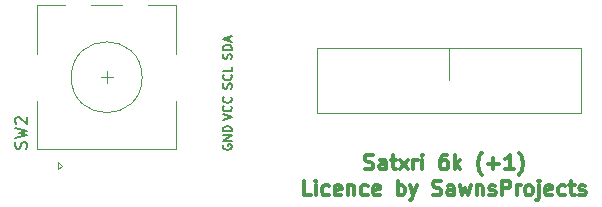
<source format=gbr>
G04 #@! TF.GenerationSoftware,KiCad,Pcbnew,(5.1.11)-1*
G04 #@! TF.CreationDate,2022-09-22T16:50:08+07:00*
G04 #@! TF.ProjectId,Satxri6key,53617478-7269-4366-9b65-792e6b696361,rev?*
G04 #@! TF.SameCoordinates,Original*
G04 #@! TF.FileFunction,Legend,Top*
G04 #@! TF.FilePolarity,Positive*
%FSLAX45Y45*%
G04 Gerber Fmt 4.5, Leading zero omitted, Abs format (unit mm)*
G04 Created by KiCad (PCBNEW (5.1.11)-1) date 2022-09-22 16:50:08*
%MOMM*%
%LPD*%
G01*
G04 APERTURE LIST*
%ADD10C,0.312500*%
%ADD11C,0.100000*%
%ADD12C,0.120000*%
%ADD13C,0.150000*%
G04 APERTURE END LIST*
D10*
X26949904Y-10299666D02*
X26967761Y-10305619D01*
X26997523Y-10305619D01*
X27009428Y-10299666D01*
X27015380Y-10293714D01*
X27021333Y-10281809D01*
X27021333Y-10269905D01*
X27015380Y-10258000D01*
X27009428Y-10252047D01*
X26997523Y-10246095D01*
X26973714Y-10240143D01*
X26961809Y-10234190D01*
X26955856Y-10228238D01*
X26949904Y-10216333D01*
X26949904Y-10204428D01*
X26955856Y-10192524D01*
X26961809Y-10186571D01*
X26973714Y-10180619D01*
X27003475Y-10180619D01*
X27021333Y-10186571D01*
X27128475Y-10305619D02*
X27128475Y-10240143D01*
X27122523Y-10228238D01*
X27110618Y-10222285D01*
X27086809Y-10222285D01*
X27074904Y-10228238D01*
X27128475Y-10299666D02*
X27116571Y-10305619D01*
X27086809Y-10305619D01*
X27074904Y-10299666D01*
X27068952Y-10287762D01*
X27068952Y-10275857D01*
X27074904Y-10263952D01*
X27086809Y-10258000D01*
X27116571Y-10258000D01*
X27128475Y-10252047D01*
X27170142Y-10222285D02*
X27217761Y-10222285D01*
X27187999Y-10180619D02*
X27187999Y-10287762D01*
X27193952Y-10299666D01*
X27205856Y-10305619D01*
X27217761Y-10305619D01*
X27247523Y-10305619D02*
X27312999Y-10222285D01*
X27247523Y-10222285D02*
X27312999Y-10305619D01*
X27360618Y-10305619D02*
X27360618Y-10222285D01*
X27360618Y-10246095D02*
X27366571Y-10234190D01*
X27372523Y-10228238D01*
X27384428Y-10222285D01*
X27396333Y-10222285D01*
X27437999Y-10305619D02*
X27437999Y-10222285D01*
X27437999Y-10180619D02*
X27432047Y-10186571D01*
X27437999Y-10192524D01*
X27443952Y-10186571D01*
X27437999Y-10180619D01*
X27437999Y-10192524D01*
X27646333Y-10180619D02*
X27622523Y-10180619D01*
X27610618Y-10186571D01*
X27604666Y-10192524D01*
X27592761Y-10210381D01*
X27586809Y-10234190D01*
X27586809Y-10281809D01*
X27592761Y-10293714D01*
X27598714Y-10299666D01*
X27610618Y-10305619D01*
X27634428Y-10305619D01*
X27646333Y-10299666D01*
X27652285Y-10293714D01*
X27658237Y-10281809D01*
X27658237Y-10252047D01*
X27652285Y-10240143D01*
X27646333Y-10234190D01*
X27634428Y-10228238D01*
X27610618Y-10228238D01*
X27598714Y-10234190D01*
X27592761Y-10240143D01*
X27586809Y-10252047D01*
X27711809Y-10305619D02*
X27711809Y-10180619D01*
X27723714Y-10258000D02*
X27759428Y-10305619D01*
X27759428Y-10222285D02*
X27711809Y-10269905D01*
X27943952Y-10353238D02*
X27937999Y-10347285D01*
X27926095Y-10329428D01*
X27920142Y-10317524D01*
X27914190Y-10299666D01*
X27908237Y-10269905D01*
X27908237Y-10246095D01*
X27914190Y-10216333D01*
X27920142Y-10198476D01*
X27926095Y-10186571D01*
X27937999Y-10168714D01*
X27943952Y-10162762D01*
X27991571Y-10258000D02*
X28086809Y-10258000D01*
X28039190Y-10305619D02*
X28039190Y-10210381D01*
X28211809Y-10305619D02*
X28140380Y-10305619D01*
X28176095Y-10305619D02*
X28176095Y-10180619D01*
X28164190Y-10198476D01*
X28152285Y-10210381D01*
X28140380Y-10216333D01*
X28253475Y-10353238D02*
X28259428Y-10347285D01*
X28271333Y-10329428D01*
X28277285Y-10317524D01*
X28283237Y-10299666D01*
X28289190Y-10269905D01*
X28289190Y-10246095D01*
X28283237Y-10216333D01*
X28277285Y-10198476D01*
X28271333Y-10186571D01*
X28259428Y-10168714D01*
X28253475Y-10162762D01*
X26491571Y-10524369D02*
X26432047Y-10524369D01*
X26432047Y-10399369D01*
X26533237Y-10524369D02*
X26533237Y-10441035D01*
X26533237Y-10399369D02*
X26527285Y-10405321D01*
X26533237Y-10411274D01*
X26539190Y-10405321D01*
X26533237Y-10399369D01*
X26533237Y-10411274D01*
X26646333Y-10518416D02*
X26634428Y-10524369D01*
X26610618Y-10524369D01*
X26598714Y-10518416D01*
X26592761Y-10512464D01*
X26586809Y-10500559D01*
X26586809Y-10464845D01*
X26592761Y-10452940D01*
X26598714Y-10446988D01*
X26610618Y-10441035D01*
X26634428Y-10441035D01*
X26646333Y-10446988D01*
X26747523Y-10518416D02*
X26735618Y-10524369D01*
X26711809Y-10524369D01*
X26699904Y-10518416D01*
X26693952Y-10506512D01*
X26693952Y-10458893D01*
X26699904Y-10446988D01*
X26711809Y-10441035D01*
X26735618Y-10441035D01*
X26747523Y-10446988D01*
X26753475Y-10458893D01*
X26753475Y-10470797D01*
X26693952Y-10482702D01*
X26807047Y-10441035D02*
X26807047Y-10524369D01*
X26807047Y-10452940D02*
X26812999Y-10446988D01*
X26824904Y-10441035D01*
X26842761Y-10441035D01*
X26854666Y-10446988D01*
X26860618Y-10458893D01*
X26860618Y-10524369D01*
X26973714Y-10518416D02*
X26961809Y-10524369D01*
X26937999Y-10524369D01*
X26926095Y-10518416D01*
X26920142Y-10512464D01*
X26914190Y-10500559D01*
X26914190Y-10464845D01*
X26920142Y-10452940D01*
X26926095Y-10446988D01*
X26937999Y-10441035D01*
X26961809Y-10441035D01*
X26973714Y-10446988D01*
X27074904Y-10518416D02*
X27062999Y-10524369D01*
X27039190Y-10524369D01*
X27027285Y-10518416D01*
X27021333Y-10506512D01*
X27021333Y-10458893D01*
X27027285Y-10446988D01*
X27039190Y-10441035D01*
X27062999Y-10441035D01*
X27074904Y-10446988D01*
X27080856Y-10458893D01*
X27080856Y-10470797D01*
X27021333Y-10482702D01*
X27229666Y-10524369D02*
X27229666Y-10399369D01*
X27229666Y-10446988D02*
X27241571Y-10441035D01*
X27265380Y-10441035D01*
X27277285Y-10446988D01*
X27283237Y-10452940D01*
X27289190Y-10464845D01*
X27289190Y-10500559D01*
X27283237Y-10512464D01*
X27277285Y-10518416D01*
X27265380Y-10524369D01*
X27241571Y-10524369D01*
X27229666Y-10518416D01*
X27330856Y-10441035D02*
X27360618Y-10524369D01*
X27390380Y-10441035D02*
X27360618Y-10524369D01*
X27348714Y-10554131D01*
X27342761Y-10560083D01*
X27330856Y-10566035D01*
X27527285Y-10518416D02*
X27545142Y-10524369D01*
X27574904Y-10524369D01*
X27586809Y-10518416D01*
X27592761Y-10512464D01*
X27598714Y-10500559D01*
X27598714Y-10488655D01*
X27592761Y-10476750D01*
X27586809Y-10470797D01*
X27574904Y-10464845D01*
X27551095Y-10458893D01*
X27539190Y-10452940D01*
X27533237Y-10446988D01*
X27527285Y-10435083D01*
X27527285Y-10423178D01*
X27533237Y-10411274D01*
X27539190Y-10405321D01*
X27551095Y-10399369D01*
X27580856Y-10399369D01*
X27598714Y-10405321D01*
X27705856Y-10524369D02*
X27705856Y-10458893D01*
X27699904Y-10446988D01*
X27687999Y-10441035D01*
X27664190Y-10441035D01*
X27652285Y-10446988D01*
X27705856Y-10518416D02*
X27693952Y-10524369D01*
X27664190Y-10524369D01*
X27652285Y-10518416D01*
X27646333Y-10506512D01*
X27646333Y-10494607D01*
X27652285Y-10482702D01*
X27664190Y-10476750D01*
X27693952Y-10476750D01*
X27705856Y-10470797D01*
X27753475Y-10441035D02*
X27777285Y-10524369D01*
X27801095Y-10464845D01*
X27824904Y-10524369D01*
X27848714Y-10441035D01*
X27896333Y-10441035D02*
X27896333Y-10524369D01*
X27896333Y-10452940D02*
X27902285Y-10446988D01*
X27914190Y-10441035D01*
X27932047Y-10441035D01*
X27943952Y-10446988D01*
X27949904Y-10458893D01*
X27949904Y-10524369D01*
X28003475Y-10518416D02*
X28015380Y-10524369D01*
X28039190Y-10524369D01*
X28051095Y-10518416D01*
X28057047Y-10506512D01*
X28057047Y-10500559D01*
X28051095Y-10488655D01*
X28039190Y-10482702D01*
X28021333Y-10482702D01*
X28009428Y-10476750D01*
X28003475Y-10464845D01*
X28003475Y-10458893D01*
X28009428Y-10446988D01*
X28021333Y-10441035D01*
X28039190Y-10441035D01*
X28051095Y-10446988D01*
X28110618Y-10524369D02*
X28110618Y-10399369D01*
X28158237Y-10399369D01*
X28170142Y-10405321D01*
X28176095Y-10411274D01*
X28182047Y-10423178D01*
X28182047Y-10441035D01*
X28176095Y-10452940D01*
X28170142Y-10458893D01*
X28158237Y-10464845D01*
X28110618Y-10464845D01*
X28235618Y-10524369D02*
X28235618Y-10441035D01*
X28235618Y-10464845D02*
X28241571Y-10452940D01*
X28247523Y-10446988D01*
X28259428Y-10441035D01*
X28271333Y-10441035D01*
X28330856Y-10524369D02*
X28318952Y-10518416D01*
X28312999Y-10512464D01*
X28307047Y-10500559D01*
X28307047Y-10464845D01*
X28312999Y-10452940D01*
X28318952Y-10446988D01*
X28330856Y-10441035D01*
X28348714Y-10441035D01*
X28360618Y-10446988D01*
X28366571Y-10452940D01*
X28372523Y-10464845D01*
X28372523Y-10500559D01*
X28366571Y-10512464D01*
X28360618Y-10518416D01*
X28348714Y-10524369D01*
X28330856Y-10524369D01*
X28426095Y-10441035D02*
X28426095Y-10548178D01*
X28420142Y-10560083D01*
X28408237Y-10566035D01*
X28402285Y-10566035D01*
X28426095Y-10399369D02*
X28420142Y-10405321D01*
X28426095Y-10411274D01*
X28432047Y-10405321D01*
X28426095Y-10399369D01*
X28426095Y-10411274D01*
X28533237Y-10518416D02*
X28521333Y-10524369D01*
X28497523Y-10524369D01*
X28485618Y-10518416D01*
X28479666Y-10506512D01*
X28479666Y-10458893D01*
X28485618Y-10446988D01*
X28497523Y-10441035D01*
X28521333Y-10441035D01*
X28533237Y-10446988D01*
X28539190Y-10458893D01*
X28539190Y-10470797D01*
X28479666Y-10482702D01*
X28646333Y-10518416D02*
X28634428Y-10524369D01*
X28610618Y-10524369D01*
X28598714Y-10518416D01*
X28592761Y-10512464D01*
X28586809Y-10500559D01*
X28586809Y-10464845D01*
X28592761Y-10452940D01*
X28598714Y-10446988D01*
X28610618Y-10441035D01*
X28634428Y-10441035D01*
X28646333Y-10446988D01*
X28682047Y-10441035D02*
X28729666Y-10441035D01*
X28699904Y-10399369D02*
X28699904Y-10506512D01*
X28705856Y-10518416D01*
X28717761Y-10524369D01*
X28729666Y-10524369D01*
X28765380Y-10518416D02*
X28777285Y-10524369D01*
X28801095Y-10524369D01*
X28812999Y-10518416D01*
X28818952Y-10506512D01*
X28818952Y-10500559D01*
X28812999Y-10488655D01*
X28801095Y-10482702D01*
X28783237Y-10482702D01*
X28771333Y-10476750D01*
X28765380Y-10464845D01*
X28765380Y-10458893D01*
X28771333Y-10446988D01*
X28783237Y-10441035D01*
X28801095Y-10441035D01*
X28812999Y-10446988D01*
D11*
X26541600Y-9274400D02*
X28779600Y-9274400D01*
X28779600Y-9274400D02*
X28779600Y-9826400D01*
X26541600Y-9826400D02*
X28779600Y-9826400D01*
X26541600Y-9274400D02*
X26541600Y-9826400D01*
D12*
X28779600Y-9826400D02*
X28779600Y-9274400D01*
D11*
X27660600Y-9274400D02*
X27660600Y-9550400D01*
D12*
X25065104Y-9525040D02*
G75*
G03*
X25065104Y-9525040I-300000J0D01*
G01*
X24175104Y-9325040D02*
X24175104Y-8915040D01*
X25355104Y-8915040D02*
X25355104Y-9325040D01*
X25355104Y-9725040D02*
X25355104Y-10135040D01*
X24175104Y-9725040D02*
X24175104Y-10135040D01*
X24175104Y-10135040D02*
X25355104Y-10135040D01*
X24385104Y-10275040D02*
X24355104Y-10305040D01*
X24355104Y-10305040D02*
X24355104Y-10245040D01*
X24355104Y-10245040D02*
X24385104Y-10275040D01*
X24175104Y-8915040D02*
X24415104Y-8915040D01*
X24635104Y-8915040D02*
X24895104Y-8915040D01*
X25115104Y-8915040D02*
X25355104Y-8915040D01*
X24715104Y-9525040D02*
X24815104Y-9525040D01*
X24765104Y-9575040D02*
X24765104Y-9475040D01*
D13*
X25753600Y-10096543D02*
X25750028Y-10103686D01*
X25750028Y-10114400D01*
X25753600Y-10125114D01*
X25760743Y-10132257D01*
X25767886Y-10135829D01*
X25782171Y-10139400D01*
X25792886Y-10139400D01*
X25807171Y-10135829D01*
X25814314Y-10132257D01*
X25821457Y-10125114D01*
X25825028Y-10114400D01*
X25825028Y-10107257D01*
X25821457Y-10096543D01*
X25817886Y-10092971D01*
X25792886Y-10092971D01*
X25792886Y-10107257D01*
X25825028Y-10060829D02*
X25750028Y-10060829D01*
X25825028Y-10017971D01*
X25750028Y-10017971D01*
X25825028Y-9982257D02*
X25750028Y-9982257D01*
X25750028Y-9964400D01*
X25753600Y-9953686D01*
X25760743Y-9946543D01*
X25767886Y-9942971D01*
X25782171Y-9939400D01*
X25792886Y-9939400D01*
X25807171Y-9942971D01*
X25814314Y-9946543D01*
X25821457Y-9953686D01*
X25825028Y-9964400D01*
X25825028Y-9982257D01*
X25750028Y-9885400D02*
X25825028Y-9860400D01*
X25750028Y-9835400D01*
X25817886Y-9767543D02*
X25821457Y-9771114D01*
X25825028Y-9781829D01*
X25825028Y-9788971D01*
X25821457Y-9799686D01*
X25814314Y-9806829D01*
X25807171Y-9810400D01*
X25792886Y-9813971D01*
X25782171Y-9813971D01*
X25767886Y-9810400D01*
X25760743Y-9806829D01*
X25753600Y-9799686D01*
X25750028Y-9788971D01*
X25750028Y-9781829D01*
X25753600Y-9771114D01*
X25757171Y-9767543D01*
X25817886Y-9692543D02*
X25821457Y-9696114D01*
X25825028Y-9706829D01*
X25825028Y-9713971D01*
X25821457Y-9724686D01*
X25814314Y-9731829D01*
X25807171Y-9735400D01*
X25792886Y-9738971D01*
X25782171Y-9738971D01*
X25767886Y-9735400D01*
X25760743Y-9731829D01*
X25753600Y-9724686D01*
X25750028Y-9713971D01*
X25750028Y-9706829D01*
X25753600Y-9696114D01*
X25757171Y-9692543D01*
X25821457Y-9620686D02*
X25825028Y-9609971D01*
X25825028Y-9592114D01*
X25821457Y-9584971D01*
X25817886Y-9581400D01*
X25810743Y-9577829D01*
X25803600Y-9577829D01*
X25796457Y-9581400D01*
X25792886Y-9584971D01*
X25789314Y-9592114D01*
X25785743Y-9606400D01*
X25782171Y-9613543D01*
X25778600Y-9617114D01*
X25771457Y-9620686D01*
X25764314Y-9620686D01*
X25757171Y-9617114D01*
X25753600Y-9613543D01*
X25750028Y-9606400D01*
X25750028Y-9588543D01*
X25753600Y-9577829D01*
X25817886Y-9502829D02*
X25821457Y-9506400D01*
X25825028Y-9517114D01*
X25825028Y-9524257D01*
X25821457Y-9534971D01*
X25814314Y-9542114D01*
X25807171Y-9545686D01*
X25792886Y-9549257D01*
X25782171Y-9549257D01*
X25767886Y-9545686D01*
X25760743Y-9542114D01*
X25753600Y-9534971D01*
X25750028Y-9524257D01*
X25750028Y-9517114D01*
X25753600Y-9506400D01*
X25757171Y-9502829D01*
X25825028Y-9434971D02*
X25825028Y-9470686D01*
X25750028Y-9470686D01*
X25821457Y-9368471D02*
X25825028Y-9357757D01*
X25825028Y-9339900D01*
X25821457Y-9332757D01*
X25817886Y-9329186D01*
X25810743Y-9325614D01*
X25803600Y-9325614D01*
X25796457Y-9329186D01*
X25792886Y-9332757D01*
X25789314Y-9339900D01*
X25785743Y-9354186D01*
X25782171Y-9361329D01*
X25778600Y-9364900D01*
X25771457Y-9368471D01*
X25764314Y-9368471D01*
X25757171Y-9364900D01*
X25753600Y-9361329D01*
X25750028Y-9354186D01*
X25750028Y-9336329D01*
X25753600Y-9325614D01*
X25825028Y-9293471D02*
X25750028Y-9293471D01*
X25750028Y-9275614D01*
X25753600Y-9264900D01*
X25760743Y-9257757D01*
X25767886Y-9254186D01*
X25782171Y-9250614D01*
X25792886Y-9250614D01*
X25807171Y-9254186D01*
X25814314Y-9257757D01*
X25821457Y-9264900D01*
X25825028Y-9275614D01*
X25825028Y-9293471D01*
X25803600Y-9222043D02*
X25803600Y-9186329D01*
X25825028Y-9229186D02*
X25750028Y-9204186D01*
X25825028Y-9179186D01*
X24085580Y-10128373D02*
X24090342Y-10114088D01*
X24090342Y-10090278D01*
X24085580Y-10080754D01*
X24080818Y-10075992D01*
X24071294Y-10071230D01*
X24061771Y-10071230D01*
X24052247Y-10075992D01*
X24047485Y-10080754D01*
X24042723Y-10090278D01*
X24037961Y-10109326D01*
X24033199Y-10118850D01*
X24028437Y-10123611D01*
X24018913Y-10128373D01*
X24009390Y-10128373D01*
X23999866Y-10123611D01*
X23995104Y-10118850D01*
X23990342Y-10109326D01*
X23990342Y-10085516D01*
X23995104Y-10071230D01*
X23990342Y-10037897D02*
X24090342Y-10014088D01*
X24018913Y-9995040D01*
X24090342Y-9975992D01*
X23990342Y-9952183D01*
X23999866Y-9918850D02*
X23995104Y-9914088D01*
X23990342Y-9904564D01*
X23990342Y-9880754D01*
X23995104Y-9871230D01*
X23999866Y-9866469D01*
X24009390Y-9861707D01*
X24018913Y-9861707D01*
X24033199Y-9866469D01*
X24090342Y-9923611D01*
X24090342Y-9861707D01*
M02*

</source>
